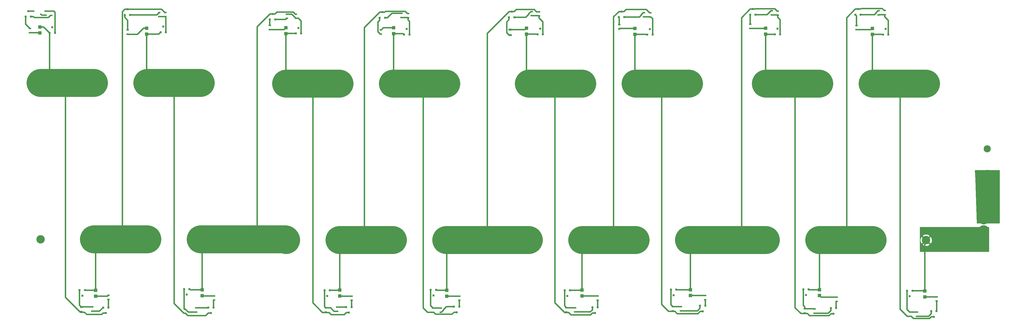
<source format=gbr>
G04 #@! TF.FileFunction,Copper,L1,Top,Signal*
%FSLAX46Y46*%
G04 Gerber Fmt 4.6, Leading zero omitted, Abs format (unit mm)*
G04 Created by KiCad (PCBNEW 4.0.2-4+6225~38~ubuntu15.10.1-stable) date Thu 31 Mar 2016 04:29:23 PM CDT*
%MOMM*%
G01*
G04 APERTURE LIST*
%ADD10C,0.100000*%
%ADD11R,0.800100X0.800100*%
%ADD12R,0.900000X0.500000*%
%ADD13C,3.000000*%
%ADD14R,1.198880X1.198880*%
%ADD15C,2.540000*%
%ADD16R,1.300000X0.700000*%
%ADD17C,3.810000*%
%ADD18C,0.600000*%
%ADD19C,0.500000*%
%ADD20C,10.000000*%
%ADD21C,4.000000*%
%ADD22C,0.254000*%
G04 APERTURE END LIST*
D10*
D11*
X87700000Y-172900000D03*
X85800000Y-172900000D03*
X86750000Y-174898980D03*
X354200000Y-68300000D03*
X356100000Y-68300000D03*
X355150000Y-66301020D03*
D12*
X78050000Y-174350000D03*
X78050000Y-172850000D03*
D11*
X290300000Y-166500000D03*
X288400000Y-166500000D03*
X289350000Y-168498980D03*
D13*
X120650000Y-148590000D03*
X101600000Y-148590000D03*
X82550000Y-148590000D03*
X63500000Y-148590000D03*
X63500000Y-92710000D03*
X82550000Y-92710000D03*
X101600000Y-92710000D03*
X120650000Y-92710000D03*
D11*
X125200000Y-172901020D03*
X123300000Y-172901020D03*
X124250000Y-174900000D03*
D14*
X83100000Y-166800000D03*
X83100000Y-168898040D03*
D13*
X208280000Y-148844000D03*
X189230000Y-148844000D03*
X170180000Y-148844000D03*
X151130000Y-148844000D03*
X151130000Y-92964000D03*
X170180000Y-92964000D03*
X189230000Y-92964000D03*
X208280000Y-92964000D03*
X379476000Y-148844000D03*
X360426000Y-148844000D03*
X341376000Y-148844000D03*
X322326000Y-148844000D03*
X322326000Y-92964000D03*
X341376000Y-92964000D03*
X360426000Y-92964000D03*
X379476000Y-92964000D03*
X294894000Y-148844000D03*
X275844000Y-148844000D03*
X256794000Y-148844000D03*
X237744000Y-148844000D03*
X237744000Y-92964000D03*
X256794000Y-92964000D03*
X275844000Y-92964000D03*
X294894000Y-92964000D03*
D15*
X401320000Y-116205000D03*
X401320000Y-125730000D03*
D14*
X170250000Y-166700980D03*
X170250000Y-168799020D03*
X256700000Y-166701960D03*
X256700000Y-168800000D03*
X341400000Y-166551960D03*
X341400000Y-168650000D03*
D11*
X79300000Y-166700000D03*
X77400000Y-166700000D03*
X78350000Y-168698980D03*
X166700000Y-166751020D03*
X164800000Y-166751020D03*
X165750000Y-168750000D03*
X252400000Y-166800000D03*
X250500000Y-166800000D03*
X251450000Y-168798980D03*
X337550000Y-166449240D03*
X335650000Y-166449240D03*
X336600000Y-168448220D03*
X66700000Y-74800000D03*
X68600000Y-74800000D03*
X67650000Y-72801020D03*
X154550000Y-74998980D03*
X156450000Y-74998980D03*
X155500000Y-73000000D03*
X240850000Y-75300760D03*
X242750000Y-75300760D03*
X241800000Y-73301780D03*
X325500000Y-75300000D03*
X327400000Y-75300000D03*
X326450000Y-73301020D03*
D14*
X63200000Y-72701960D03*
X63200000Y-74800000D03*
X151000000Y-75049020D03*
X151000000Y-72950980D03*
X236900000Y-75198040D03*
X236900000Y-73100000D03*
X322200000Y-75249020D03*
X322200000Y-73150980D03*
X121100000Y-166600000D03*
X121100000Y-168698040D03*
X208400000Y-166800000D03*
X208400000Y-168898040D03*
X295400000Y-166550980D03*
X295400000Y-168649020D03*
X379000000Y-167001960D03*
X379000000Y-169100000D03*
D11*
X116600000Y-166300000D03*
X114700000Y-166300000D03*
X115650000Y-168298980D03*
X204600000Y-166600000D03*
X202700000Y-166600000D03*
X203650000Y-168598980D03*
X374600000Y-166901020D03*
X372700000Y-166901020D03*
X373650000Y-168900000D03*
X106313131Y-74559379D03*
X108213131Y-74559379D03*
X107263131Y-72560399D03*
X193200000Y-75400000D03*
X195100000Y-75400000D03*
X194150000Y-73401020D03*
X279975000Y-75423980D03*
X281875000Y-75423980D03*
X280925000Y-73425000D03*
X364100000Y-75398980D03*
X366000000Y-75398980D03*
X365050000Y-73400000D03*
D14*
X101313131Y-75257419D03*
X101313131Y-73159379D03*
X189449020Y-75049020D03*
X189449020Y-72950980D03*
X275600000Y-75298040D03*
X275600000Y-73200000D03*
X360300000Y-75299020D03*
X360300000Y-73200980D03*
D11*
X174450000Y-172751020D03*
X172550000Y-172751020D03*
X173500000Y-174750000D03*
X262300000Y-172849240D03*
X260400000Y-172849240D03*
X261350000Y-174848220D03*
X347400000Y-173150000D03*
X345500000Y-173150000D03*
X346450000Y-175148980D03*
X58100000Y-69000000D03*
X60000000Y-69000000D03*
X59050000Y-67001020D03*
X145300000Y-69998980D03*
X147200000Y-69998980D03*
X146250000Y-68000000D03*
X230650000Y-69198980D03*
X232550000Y-69198980D03*
X231600000Y-67200000D03*
X316700000Y-68300000D03*
X318600000Y-68300000D03*
X317650000Y-66301020D03*
X212900000Y-172600000D03*
X211000000Y-172600000D03*
X211950000Y-174598980D03*
X300700000Y-172300000D03*
X298800000Y-172300000D03*
X299750000Y-174298980D03*
X383200000Y-174250000D03*
X381300000Y-174250000D03*
X382250000Y-176248980D03*
X93513131Y-68359379D03*
X95413131Y-68359379D03*
X94463131Y-66360399D03*
X184500000Y-69400000D03*
X186400000Y-69400000D03*
X185450000Y-67401020D03*
X269825000Y-69173980D03*
X271725000Y-69173980D03*
X270775000Y-67175000D03*
D16*
X231000000Y-73650000D03*
X231000000Y-75550000D03*
D17*
X400030000Y-150541800D03*
X400030000Y-145461800D03*
X400030000Y-141220000D03*
X400030000Y-136140000D03*
D12*
X59650000Y-73200000D03*
X59650000Y-74700000D03*
X114950000Y-175000000D03*
X114950000Y-173500000D03*
X94550000Y-75250000D03*
X94550000Y-73750000D03*
X184900000Y-73700000D03*
X184900000Y-75200000D03*
X165250000Y-174550000D03*
X165250000Y-173050000D03*
X251100000Y-174550000D03*
X251100000Y-173050000D03*
X336150000Y-174900000D03*
X336150000Y-173400000D03*
X316750000Y-73200000D03*
X316750000Y-71700000D03*
X119050000Y-173050000D03*
X119050000Y-174550000D03*
X203550000Y-174650000D03*
X203550000Y-173150000D03*
X289100000Y-174100000D03*
X289100000Y-172600000D03*
X373800000Y-176050000D03*
X373800000Y-174550000D03*
X270000000Y-73350000D03*
X270000000Y-71850000D03*
X354650000Y-73650000D03*
X354650000Y-72150000D03*
X81950000Y-172700000D03*
X81950000Y-174200000D03*
X169300000Y-172800000D03*
X169300000Y-174300000D03*
X254200000Y-174500000D03*
X254200000Y-173000000D03*
X339700000Y-174950000D03*
X339700000Y-173450000D03*
X65250000Y-68500000D03*
X65250000Y-67000000D03*
X151400000Y-68100000D03*
X151400000Y-69600000D03*
X238700000Y-68650000D03*
X238700000Y-67150000D03*
X324400000Y-68350000D03*
X324400000Y-66850000D03*
X206300000Y-174650000D03*
X206300000Y-173150000D03*
X292000000Y-174100000D03*
X292000000Y-172600000D03*
X376250000Y-176050000D03*
X376250000Y-174550000D03*
X192250000Y-69300000D03*
X192250000Y-67800000D03*
X278800000Y-69050000D03*
X278800000Y-67550000D03*
X362550000Y-68350000D03*
X362550000Y-66850000D03*
X87700000Y-168550000D03*
X87700000Y-170050000D03*
X174500000Y-170350000D03*
X174500000Y-168850000D03*
X262300000Y-170300000D03*
X262300000Y-168800000D03*
X347500000Y-170750000D03*
X347500000Y-169250000D03*
X154600000Y-69600000D03*
X154600000Y-68100000D03*
X241400000Y-68750000D03*
X241400000Y-67250000D03*
X326550000Y-68500000D03*
X326550000Y-67000000D03*
X67250000Y-68550000D03*
X67250000Y-67050000D03*
X125400000Y-168750000D03*
X125400000Y-170250000D03*
X212900000Y-170350000D03*
X212900000Y-168850000D03*
X300600000Y-170150000D03*
X300600000Y-168650000D03*
X383300000Y-170600000D03*
X383300000Y-169100000D03*
X108000000Y-69000000D03*
X108000000Y-67500000D03*
X281050000Y-69100000D03*
X281050000Y-67600000D03*
X364750000Y-68300000D03*
X364750000Y-66800000D03*
X145300000Y-73600000D03*
X145300000Y-72100000D03*
X105800000Y-67500000D03*
X105800000Y-69000000D03*
X194600000Y-69400000D03*
X194600000Y-67900000D03*
D18*
X63600000Y-68100000D03*
X61000000Y-67000000D03*
D19*
X94463131Y-66360399D02*
X106660399Y-66360399D01*
X106660399Y-66360399D02*
X107800000Y-67500000D01*
X107800000Y-67500000D02*
X108000000Y-67500000D01*
X83100000Y-166800000D02*
X83100000Y-149140000D01*
X83100000Y-149140000D02*
X82550000Y-148590000D01*
X83100000Y-166800000D02*
X79400000Y-166800000D01*
X79400000Y-166800000D02*
X79300000Y-166700000D01*
X94463131Y-66360399D02*
X93563081Y-66360399D01*
X93563081Y-66360399D02*
X92663080Y-67260400D01*
X92663080Y-67260400D02*
X92663080Y-146638080D01*
X92663080Y-146638080D02*
X94615000Y-148590000D01*
X82550000Y-150711320D02*
X82550000Y-148590000D01*
D20*
X82550000Y-148590000D02*
X92710000Y-148590000D01*
X92710000Y-148590000D02*
X94615000Y-148590000D01*
X94615000Y-148590000D02*
X101600000Y-148590000D01*
D19*
X94615000Y-148590000D02*
X94615000Y-149860000D01*
X94615000Y-149860000D02*
X94615000Y-148590000D01*
X174500000Y-168850000D02*
X170300980Y-168850000D01*
X170300980Y-168850000D02*
X170250000Y-168799020D01*
X281050000Y-67600000D02*
X280850000Y-67600000D01*
X280850000Y-67600000D02*
X279649999Y-66399999D01*
X279649999Y-66399999D02*
X272450051Y-66399999D01*
X270775000Y-67175000D02*
X269874950Y-67175000D01*
X269874950Y-67175000D02*
X267970000Y-69079950D01*
X267970000Y-69079950D02*
X267970000Y-148844000D01*
X272450051Y-66399999D02*
X271675050Y-67175000D01*
X271675050Y-67175000D02*
X270775000Y-67175000D01*
X256700000Y-166701960D02*
X256700000Y-148938000D01*
X256700000Y-148938000D02*
X256794000Y-148844000D01*
X252400000Y-166800000D02*
X256601960Y-166800000D01*
X256601960Y-166800000D02*
X256700000Y-166701960D01*
D20*
X256794000Y-148844000D02*
X267970000Y-148844000D01*
X267970000Y-148844000D02*
X275844000Y-148844000D01*
D19*
X266065000Y-150749000D02*
X267970000Y-148844000D01*
X262300000Y-168800000D02*
X261350000Y-168800000D01*
X261350000Y-168800000D02*
X256700000Y-168800000D01*
X347500000Y-169250000D02*
X342000000Y-169250000D01*
X342000000Y-169250000D02*
X341400000Y-168650000D01*
X78000000Y-172700000D02*
X82000000Y-172700000D01*
X77400000Y-166700000D02*
X77400000Y-172100000D01*
X77400000Y-172100000D02*
X78000000Y-172700000D01*
X251100000Y-173050000D02*
X254150000Y-173050000D01*
X254150000Y-173050000D02*
X254200000Y-173000000D01*
X250500000Y-166800000D02*
X250500000Y-172300000D01*
X250500000Y-172300000D02*
X251100000Y-172900000D01*
X251100000Y-172900000D02*
X251100000Y-173050000D01*
X154600000Y-69600000D02*
X155550000Y-69600000D01*
X155550000Y-69600000D02*
X156450000Y-70500000D01*
X156450000Y-70500000D02*
X156450000Y-74098930D01*
X156450000Y-74098930D02*
X156450000Y-74998980D01*
X153100000Y-68100000D02*
X154600000Y-69600000D01*
X151400000Y-68100000D02*
X153100000Y-68100000D01*
X154550000Y-74998980D02*
X151050040Y-74998980D01*
X151050040Y-74998980D02*
X151000000Y-75049020D01*
X165250000Y-174700000D02*
X164100000Y-174700000D01*
X164100000Y-174700000D02*
X160655000Y-171255000D01*
X160655000Y-171255000D02*
X160655000Y-92964000D01*
X173500000Y-174750000D02*
X172599950Y-174750000D01*
X172599950Y-174750000D02*
X171849949Y-175500001D01*
X171849949Y-175500001D02*
X167200001Y-175500001D01*
X167200001Y-175500001D02*
X166400000Y-174700000D01*
X166400000Y-174700000D02*
X165250000Y-174700000D01*
X151000000Y-75049020D02*
X151000000Y-92834000D01*
X151000000Y-92834000D02*
X151130000Y-92964000D01*
D20*
X151130000Y-92964000D02*
X160655000Y-92964000D01*
X160655000Y-92964000D02*
X170180000Y-92964000D01*
D19*
X241400000Y-68750000D02*
X241400000Y-69500000D01*
X242750000Y-70850000D02*
X242750000Y-74400710D01*
X241400000Y-69500000D02*
X242750000Y-70850000D01*
X242750000Y-74400710D02*
X242750000Y-75300760D01*
X238700000Y-68650000D02*
X241300000Y-68650000D01*
X241300000Y-68650000D02*
X241400000Y-68750000D01*
X250800000Y-174750000D02*
X250500000Y-174750000D01*
X250500000Y-174750000D02*
X247015000Y-171265000D01*
X247015000Y-171265000D02*
X247015000Y-92964000D01*
X250800000Y-174750000D02*
X251950000Y-174750000D01*
X251950000Y-174750000D02*
X252750001Y-175550001D01*
X252750001Y-175550001D02*
X259748169Y-175550001D01*
X259748169Y-175550001D02*
X260449950Y-174848220D01*
X260449950Y-174848220D02*
X261350000Y-174848220D01*
X236900000Y-75198040D02*
X240747280Y-75198040D01*
X240747280Y-75198040D02*
X240850000Y-75300760D01*
X236900000Y-75198040D02*
X236900000Y-92120000D01*
X236900000Y-92120000D02*
X237744000Y-92964000D01*
D20*
X237744000Y-92964000D02*
X247015000Y-92964000D01*
X247015000Y-92964000D02*
X256794000Y-92964000D01*
D19*
X247650000Y-92964000D02*
X247015000Y-93599000D01*
X247015000Y-94615000D02*
X247015000Y-92964000D01*
X247015000Y-93599000D02*
X247015000Y-94615000D01*
X335950000Y-175050000D02*
X334800000Y-175050000D01*
X334800000Y-175050000D02*
X332740000Y-172990000D01*
X332740000Y-172990000D02*
X332740000Y-92964000D01*
X335950000Y-175050000D02*
X337100000Y-175050000D01*
X337100000Y-175050000D02*
X337900001Y-175850001D01*
X337900001Y-175850001D02*
X344848929Y-175850001D01*
X344848929Y-175850001D02*
X345549950Y-175148980D01*
X345549950Y-175148980D02*
X346450000Y-175148980D01*
X322200000Y-75249020D02*
X322200000Y-92838000D01*
X322200000Y-92838000D02*
X322326000Y-92964000D01*
X325500000Y-75300000D02*
X322250980Y-75300000D01*
X322250980Y-75300000D02*
X322200000Y-75249020D01*
D20*
X322326000Y-92964000D02*
X332740000Y-92964000D01*
X332740000Y-92964000D02*
X341376000Y-92964000D01*
D19*
X332740000Y-93599000D02*
X332740000Y-95250000D01*
X332105000Y-92964000D02*
X332740000Y-93599000D01*
X332740000Y-95250000D02*
X332740000Y-92964000D01*
X78000000Y-174600000D02*
X77700000Y-174600000D01*
X77700000Y-174600000D02*
X72390000Y-169290000D01*
X72390000Y-169290000D02*
X72390000Y-92710000D01*
X78000000Y-174600000D02*
X79150000Y-174600000D01*
X79150000Y-174600000D02*
X79950001Y-175400001D01*
X79950001Y-175400001D02*
X85348929Y-175400001D01*
X85849950Y-174898980D02*
X86750000Y-174898980D01*
X85348929Y-175400001D02*
X85849950Y-174898980D01*
X66700000Y-74800000D02*
X66700000Y-89510000D01*
X66700000Y-89510000D02*
X63500000Y-92710000D01*
X63200000Y-72701960D02*
X64601960Y-72701960D01*
X64601960Y-72701960D02*
X66700000Y-74800000D01*
D20*
X63500000Y-92710000D02*
X72390000Y-92710000D01*
X72390000Y-92710000D02*
X82550000Y-92710000D01*
D19*
X59650000Y-74700000D02*
X63100000Y-74700000D01*
X63100000Y-74700000D02*
X63200000Y-74800000D01*
X63100000Y-74900000D02*
X63200000Y-74800000D01*
X145300000Y-73600000D02*
X150350980Y-73600000D01*
X150350980Y-73600000D02*
X151000000Y-72950980D01*
X231000000Y-73650000D02*
X236350000Y-73650000D01*
X236350000Y-73650000D02*
X236900000Y-73100000D01*
X316750000Y-73200000D02*
X322150980Y-73200000D01*
X322150980Y-73200000D02*
X322200000Y-73150980D01*
X154400000Y-68100000D02*
X154600000Y-68100000D01*
X153650000Y-67350000D02*
X154400000Y-68100000D01*
X147800050Y-67350000D02*
X153650000Y-67350000D01*
X146250000Y-68000000D02*
X147150050Y-68000000D01*
X147150050Y-68000000D02*
X147800050Y-67350000D01*
D20*
X131445000Y-148590000D02*
X140750000Y-148590000D01*
X140750000Y-148590000D02*
X150876000Y-148590000D01*
D19*
X146250000Y-68000000D02*
X145349950Y-68000000D01*
X145349950Y-68000000D02*
X140750000Y-72599950D01*
X140750000Y-72599950D02*
X140750000Y-148590000D01*
X121100000Y-166600000D02*
X121100000Y-149040000D01*
X121100000Y-149040000D02*
X120650000Y-148590000D01*
X121100000Y-166600000D02*
X116900000Y-166600000D01*
X116900000Y-166600000D02*
X116600000Y-166300000D01*
X131445000Y-148590000D02*
X131445000Y-153035000D01*
X131445000Y-153035000D02*
X131445000Y-148590000D01*
D20*
X120650000Y-148590000D02*
X131445000Y-148590000D01*
X150876000Y-148590000D02*
X151130000Y-148844000D01*
D19*
X208400000Y-168898040D02*
X212851960Y-168898040D01*
X212851960Y-168898040D02*
X212900000Y-168850000D01*
X317650000Y-66301020D02*
X318550050Y-66301020D01*
X318550050Y-66301020D02*
X318701071Y-66149999D01*
X318701071Y-66149999D02*
X325499999Y-66149999D01*
X325499999Y-66149999D02*
X326350000Y-67000000D01*
X326350000Y-67000000D02*
X326550000Y-67000000D01*
X317650000Y-66301020D02*
X316749950Y-66301020D01*
X316749950Y-66301020D02*
X313690000Y-69360970D01*
X313690000Y-69360970D02*
X313690000Y-148844000D01*
X295400000Y-166550980D02*
X290350980Y-166550980D01*
X290350980Y-166550980D02*
X290300000Y-166500000D01*
X295400000Y-166550980D02*
X295400000Y-149350000D01*
X295400000Y-149350000D02*
X294894000Y-148844000D01*
X304800000Y-148844000D02*
X305435000Y-149479000D01*
X305435000Y-151765000D02*
X305435000Y-148844000D01*
X305435000Y-149479000D02*
X305435000Y-151765000D01*
D20*
X294894000Y-148844000D02*
X305435000Y-148844000D01*
X313690000Y-148844000D02*
X322326000Y-148844000D01*
X305435000Y-148844000D02*
X313690000Y-148844000D01*
D19*
X300600000Y-168650000D02*
X295400980Y-168650000D01*
X295400980Y-168650000D02*
X295400000Y-168649020D01*
X379000000Y-169100000D02*
X383300000Y-169100000D01*
X114950000Y-173500000D02*
X115150000Y-173500000D01*
X115150000Y-173500000D02*
X116200000Y-174550000D01*
X116200000Y-174550000D02*
X119050000Y-174550000D01*
X114700000Y-166300000D02*
X114700000Y-173250000D01*
X114700000Y-173250000D02*
X114950000Y-173500000D01*
X289100000Y-172600000D02*
X292000000Y-172600000D01*
X288400000Y-166500000D02*
X288400000Y-171900000D01*
X288400000Y-171900000D02*
X289100000Y-172600000D01*
X107550000Y-69000000D02*
X108000000Y-69000000D01*
X105800000Y-69000000D02*
X107550000Y-69000000D01*
X108213131Y-74559379D02*
X108213131Y-69213131D01*
X108213131Y-69213131D02*
X108000000Y-69000000D01*
X203550000Y-174650000D02*
X203750000Y-174650000D01*
X203750000Y-174650000D02*
X204450001Y-175350001D01*
X204450001Y-175350001D02*
X210298929Y-175350001D01*
X210298929Y-175350001D02*
X211049950Y-174598980D01*
X211049950Y-174598980D02*
X211950000Y-174598980D01*
X200025000Y-92964000D02*
X200025000Y-173125000D01*
X201550000Y-174650000D02*
X203550000Y-174650000D01*
X200025000Y-173125000D02*
X201550000Y-174650000D01*
X189449020Y-75049020D02*
X189449020Y-92744980D01*
X189449020Y-92744980D02*
X189230000Y-92964000D01*
X189449020Y-75049020D02*
X192849020Y-75049020D01*
X192849020Y-75049020D02*
X193200000Y-75400000D01*
X200660000Y-92964000D02*
X200660000Y-93345000D01*
X200660000Y-93345000D02*
X200660000Y-92964000D01*
D20*
X200025000Y-92964000D02*
X200660000Y-92964000D01*
X189230000Y-92964000D02*
X200025000Y-92964000D01*
X200660000Y-92964000D02*
X208280000Y-92964000D01*
D19*
X281050000Y-69100000D02*
X281250000Y-69100000D01*
X281250000Y-69100000D02*
X281875000Y-69725000D01*
X281875000Y-69725000D02*
X281875000Y-74523930D01*
X281875000Y-74523930D02*
X281875000Y-75423980D01*
X278800000Y-69050000D02*
X281000000Y-69050000D01*
X281000000Y-69050000D02*
X281050000Y-69100000D01*
X288700000Y-174300000D02*
X287550000Y-174300000D01*
X285115000Y-171865000D02*
X285115000Y-92964000D01*
X287550000Y-174300000D02*
X285115000Y-171865000D01*
X288700000Y-174300000D02*
X289000000Y-174300000D01*
X289250051Y-97099051D02*
X285115000Y-92964000D01*
X288700000Y-174300000D02*
X289850000Y-174300000D01*
X289850000Y-174300000D02*
X290650001Y-175100001D01*
X290650001Y-175100001D02*
X298048929Y-175100001D01*
X298048929Y-175100001D02*
X298849950Y-174298980D01*
X298849950Y-174298980D02*
X299750000Y-174298980D01*
X275600000Y-75298040D02*
X279849060Y-75298040D01*
X279849060Y-75298040D02*
X279975000Y-75423980D01*
X275600000Y-75298040D02*
X275600000Y-92720000D01*
X275600000Y-92720000D02*
X275844000Y-92964000D01*
X284480000Y-92964000D02*
X285115000Y-92329000D01*
X285115000Y-92329000D02*
X285115000Y-92075000D01*
X285115000Y-92075000D02*
X285115000Y-92964000D01*
D20*
X275844000Y-92964000D02*
X285115000Y-92964000D01*
X285115000Y-92964000D02*
X294894000Y-92964000D01*
D19*
X373050000Y-176100000D02*
X372750000Y-176100000D01*
X372750000Y-176100000D02*
X370205000Y-173555000D01*
X370205000Y-173555000D02*
X370205000Y-92964000D01*
X373050000Y-176100000D02*
X374200000Y-176100000D01*
X374200000Y-176100000D02*
X374950001Y-176850001D01*
X374950001Y-176850001D02*
X380748929Y-176850001D01*
X380748929Y-176850001D02*
X381349950Y-176248980D01*
X381349950Y-176248980D02*
X382250000Y-176248980D01*
X360300000Y-75299020D02*
X360300000Y-92838000D01*
X360300000Y-92838000D02*
X360426000Y-92964000D01*
X360300000Y-75299020D02*
X364000040Y-75299020D01*
X364000040Y-75299020D02*
X364100000Y-75398980D01*
D20*
X360426000Y-92964000D02*
X370205000Y-92964000D01*
X370205000Y-92964000D02*
X379476000Y-92964000D01*
D19*
X370205000Y-90805000D02*
X370205000Y-92964000D01*
X370205000Y-92329000D02*
X370205000Y-90805000D01*
X370840000Y-92964000D02*
X370205000Y-92329000D01*
X98013691Y-75359379D02*
X97963691Y-75309379D01*
X97963691Y-75309379D02*
X94513131Y-75309379D01*
X101313131Y-73159379D02*
X100213691Y-73159379D01*
X100213691Y-73159379D02*
X98013691Y-75359379D01*
X185850000Y-72950000D02*
X185850980Y-72950980D01*
X185850980Y-72950980D02*
X189449020Y-72950980D01*
X184900000Y-73700000D02*
X185100000Y-73700000D01*
X185100000Y-73700000D02*
X185850000Y-72950000D01*
X275600000Y-73200000D02*
X270150000Y-73200000D01*
X270150000Y-73200000D02*
X270000000Y-73350000D01*
X275425000Y-73375000D02*
X275600000Y-73200000D01*
X354650000Y-73600000D02*
X359900980Y-73600000D01*
X359900980Y-73600000D02*
X360300000Y-73200980D01*
X65250000Y-68500000D02*
X64000000Y-68500000D01*
X64000000Y-68500000D02*
X63600000Y-68100000D01*
X61050000Y-67050000D02*
X61000000Y-67000000D01*
X59050000Y-67001020D02*
X60998980Y-67001020D01*
X60998980Y-67001020D02*
X61000000Y-67000000D01*
X400030000Y-150541800D02*
X400030000Y-145461800D01*
X400030000Y-150541800D02*
X400030000Y-148500000D01*
X379000000Y-167001960D02*
X379000000Y-149320000D01*
X379000000Y-149320000D02*
X379476000Y-148844000D01*
X374600000Y-166901020D02*
X378899060Y-166901020D01*
X378899060Y-166901020D02*
X379000000Y-167001960D01*
X125400000Y-168750000D02*
X121151960Y-168750000D01*
X121151960Y-168750000D02*
X121100000Y-168698040D01*
X114900000Y-175000000D02*
X114600000Y-175000000D01*
X114600000Y-175000000D02*
X111125000Y-171525000D01*
X111125000Y-171525000D02*
X111125000Y-92710000D01*
X123349950Y-174900000D02*
X124250000Y-174900000D01*
X116050000Y-175850000D02*
X122399950Y-175850000D01*
X114900000Y-175000000D02*
X115200000Y-175000000D01*
X122399950Y-175850000D02*
X123349950Y-174900000D01*
X115200000Y-175000000D02*
X116050000Y-175850000D01*
X101313131Y-75257419D02*
X101313131Y-92423131D01*
X101313131Y-92423131D02*
X101600000Y-92710000D01*
X100100001Y-91210001D02*
X101600000Y-92710000D01*
X101313131Y-75257419D02*
X105615091Y-75257419D01*
X105615091Y-75257419D02*
X106313131Y-74559379D01*
D20*
X101600000Y-92710000D02*
X111125000Y-92710000D01*
X111125000Y-92710000D02*
X120650000Y-92710000D01*
D19*
X83100000Y-168898040D02*
X87351960Y-168898040D01*
X87351960Y-168898040D02*
X87700000Y-168550000D01*
X185450000Y-67401020D02*
X186350050Y-67401020D01*
X186350050Y-67401020D02*
X186651071Y-67099999D01*
X186651071Y-67099999D02*
X193599999Y-67099999D01*
X193599999Y-67099999D02*
X194400000Y-67900000D01*
X194400000Y-67900000D02*
X194600000Y-67900000D01*
X185450000Y-67401020D02*
X184549950Y-67401020D01*
X184549950Y-67401020D02*
X179070000Y-72880970D01*
X179070000Y-72880970D02*
X179070000Y-148844000D01*
X170250000Y-166700980D02*
X170250000Y-148914000D01*
X170250000Y-148914000D02*
X170180000Y-148844000D01*
X166700000Y-166751020D02*
X170199960Y-166751020D01*
X170199960Y-166751020D02*
X170250000Y-166700980D01*
D20*
X179070000Y-148844000D02*
X181610000Y-148844000D01*
D19*
X179070000Y-148590000D02*
X179070000Y-148844000D01*
X178689000Y-148590000D02*
X179070000Y-148590000D01*
X178435000Y-148844000D02*
X178689000Y-148590000D01*
D20*
X170180000Y-148844000D02*
X179070000Y-148844000D01*
X181610000Y-148844000D02*
X189230000Y-148844000D01*
D19*
X355150000Y-66301020D02*
X356050050Y-66301020D01*
X356050050Y-66301020D02*
X356301070Y-66050000D01*
X356301070Y-66050000D02*
X363800000Y-66050000D01*
X364550000Y-66800000D02*
X364750000Y-66800000D01*
X363800000Y-66050000D02*
X364550000Y-66800000D01*
X355150000Y-66301020D02*
X354249950Y-66301020D01*
X354249950Y-66301020D02*
X351155000Y-69395970D01*
X351155000Y-69395970D02*
X351155000Y-148844000D01*
X341400000Y-166551960D02*
X337652720Y-166551960D01*
X337652720Y-166551960D02*
X337550000Y-166449240D01*
X341400000Y-166551960D02*
X341400000Y-148868000D01*
X341400000Y-148868000D02*
X341376000Y-148844000D01*
D20*
X348615000Y-148844000D02*
X351155000Y-148844000D01*
D19*
X348615000Y-148844000D02*
X348615000Y-149225000D01*
X348615000Y-149225000D02*
X348615000Y-148844000D01*
D20*
X341376000Y-148844000D02*
X348615000Y-148844000D01*
X351155000Y-148844000D02*
X360426000Y-148844000D01*
D19*
X167000000Y-173050000D02*
X168250000Y-174300000D01*
X168250000Y-174300000D02*
X169300000Y-174300000D01*
X165250000Y-173050000D02*
X167000000Y-173050000D01*
X164800000Y-166751020D02*
X164800000Y-172600000D01*
X164800000Y-172600000D02*
X165250000Y-173050000D01*
X336150000Y-173400000D02*
X339650000Y-173400000D01*
X339650000Y-173400000D02*
X339700000Y-173450000D01*
X336150000Y-173400000D02*
X336150000Y-172650000D01*
X336150000Y-172650000D02*
X335650000Y-172150000D01*
X335650000Y-172150000D02*
X335650000Y-167349290D01*
X335650000Y-167349290D02*
X335650000Y-166449240D01*
X65250000Y-67000000D02*
X67200000Y-67000000D01*
X67200000Y-67000000D02*
X67250000Y-67050000D01*
X67250000Y-67050000D02*
X68200000Y-67050000D01*
X68200000Y-67050000D02*
X68600000Y-67450000D01*
X68600000Y-67450000D02*
X68600000Y-73899950D01*
X68600000Y-73899950D02*
X68600000Y-74800000D01*
X326550000Y-68500000D02*
X326550000Y-69250000D01*
X326550000Y-69250000D02*
X327400000Y-70100000D01*
X327400000Y-70100000D02*
X327400000Y-74399950D01*
X327400000Y-74399950D02*
X327400000Y-75300000D01*
X324400000Y-68350000D02*
X326400000Y-68350000D01*
X326400000Y-68350000D02*
X326550000Y-68500000D01*
X231600000Y-67200000D02*
X232500050Y-67200000D01*
X232500050Y-67200000D02*
X233250051Y-66449999D01*
X233250051Y-66449999D02*
X239649999Y-66449999D01*
X239649999Y-66449999D02*
X240450000Y-67250000D01*
X240450000Y-67250000D02*
X241400000Y-67250000D01*
X208400000Y-166800000D02*
X208400000Y-148964000D01*
X208400000Y-148964000D02*
X208280000Y-148844000D01*
X231600000Y-67200000D02*
X230699950Y-67200000D01*
X230699950Y-67200000D02*
X222885000Y-75014950D01*
X222885000Y-75014950D02*
X222885000Y-148844000D01*
X208400000Y-166800000D02*
X204800000Y-166800000D01*
X204800000Y-166800000D02*
X204600000Y-166600000D01*
D20*
X222885000Y-148844000D02*
X218440000Y-148844000D01*
D19*
X218440000Y-148844000D02*
X218440000Y-150495000D01*
X218440000Y-150495000D02*
X218440000Y-148844000D01*
D20*
X218440000Y-148844000D02*
X237744000Y-148844000D01*
X208280000Y-148844000D02*
X222885000Y-148844000D01*
D19*
X203550000Y-173150000D02*
X206300000Y-173150000D01*
X202700000Y-166600000D02*
X202700000Y-172300000D01*
X202700000Y-172300000D02*
X203550000Y-173150000D01*
X373800000Y-174550000D02*
X376250000Y-174550000D01*
X372700000Y-166901020D02*
X372700000Y-173650000D01*
X372700000Y-173650000D02*
X373600000Y-174550000D01*
X373600000Y-174550000D02*
X373800000Y-174550000D01*
X194600000Y-69400000D02*
X194600000Y-70150000D01*
X194600000Y-70150000D02*
X195100000Y-70650000D01*
X195100000Y-70650000D02*
X195100000Y-74499950D01*
X195100000Y-74499950D02*
X195100000Y-75400000D01*
X192250000Y-69300000D02*
X194500000Y-69300000D01*
X194500000Y-69300000D02*
X194600000Y-69400000D01*
X364750000Y-68300000D02*
X364750000Y-69050000D01*
X364750000Y-69050000D02*
X366000000Y-70300000D01*
X366000000Y-70300000D02*
X366000000Y-74498930D01*
X366000000Y-74498930D02*
X366000000Y-75398980D01*
X364750000Y-68300000D02*
X362600000Y-68300000D01*
X362600000Y-68300000D02*
X362550000Y-68350000D01*
X87700000Y-170050000D02*
X87700000Y-172900000D01*
X174450000Y-172751020D02*
X174450000Y-170400000D01*
X174450000Y-170400000D02*
X174500000Y-170350000D01*
X262300000Y-170300000D02*
X262300000Y-172849240D01*
X347400000Y-173150000D02*
X347400000Y-170850000D01*
X347400000Y-170850000D02*
X347500000Y-170750000D01*
X81950000Y-174200000D02*
X84500000Y-174200000D01*
X84500000Y-174200000D02*
X85800000Y-172900000D01*
X169300000Y-172800000D02*
X172501020Y-172800000D01*
X172501020Y-172800000D02*
X172550000Y-172751020D01*
X254200000Y-174500000D02*
X259649290Y-174500000D01*
X259649290Y-174500000D02*
X260400000Y-173749290D01*
X260400000Y-173749290D02*
X260400000Y-172849240D01*
X339700000Y-174950000D02*
X344600050Y-174950000D01*
X344600050Y-174950000D02*
X345500000Y-174050050D01*
X345500000Y-174050050D02*
X345500000Y-173150000D01*
X67050000Y-68550000D02*
X67250000Y-68550000D01*
X66300000Y-69300000D02*
X67050000Y-68550000D01*
X61200050Y-69300000D02*
X66300000Y-69300000D01*
X60900050Y-69000000D02*
X61200050Y-69300000D01*
X60000000Y-69000000D02*
X60900050Y-69000000D01*
X147200000Y-69998980D02*
X151001020Y-69998980D01*
X151001020Y-69998980D02*
X151400000Y-69600000D01*
X232550000Y-69198980D02*
X236651020Y-69198980D01*
X236651020Y-69198980D02*
X237750000Y-68100000D01*
X237750000Y-68100000D02*
X237750000Y-67900000D01*
X237750000Y-67900000D02*
X238500000Y-67150000D01*
X238500000Y-67150000D02*
X238700000Y-67150000D01*
X318600000Y-68300000D02*
X322750000Y-68300000D01*
X322750000Y-68300000D02*
X324200000Y-66850000D01*
X324200000Y-66850000D02*
X324400000Y-66850000D01*
X58100000Y-69000000D02*
X58100000Y-71650000D01*
X58100000Y-71650000D02*
X59650000Y-73200000D01*
X145300000Y-69998980D02*
X145300000Y-72100000D01*
X231000000Y-75550000D02*
X230700000Y-75550000D01*
X230700000Y-75550000D02*
X229850000Y-74700000D01*
X229850000Y-70899030D02*
X230650000Y-70099030D01*
X229850000Y-74700000D02*
X229850000Y-70899030D01*
X230650000Y-70099030D02*
X230650000Y-69198980D01*
X316700000Y-69200050D02*
X316750000Y-69250050D01*
X316750000Y-69250050D02*
X316750000Y-71700000D01*
X316700000Y-69200050D02*
X316700000Y-68300000D01*
X125200000Y-172901020D02*
X125200000Y-170450000D01*
X125200000Y-170450000D02*
X125400000Y-170250000D01*
X212900000Y-172600000D02*
X212900000Y-170350000D01*
X300700000Y-172300000D02*
X300700000Y-170250000D01*
X300700000Y-170250000D02*
X300600000Y-170150000D01*
X383300000Y-170600000D02*
X383300000Y-174150000D01*
X383300000Y-174150000D02*
X383200000Y-174250000D01*
X119050000Y-173050000D02*
X123151020Y-173050000D01*
X123151020Y-173050000D02*
X123300000Y-172901020D01*
X123101020Y-173100000D02*
X123300000Y-172901020D01*
X211000000Y-172600000D02*
X208350000Y-172600000D01*
X207250000Y-173900000D02*
X206500000Y-174650000D01*
X208350000Y-172600000D02*
X207250000Y-173700000D01*
X207250000Y-173700000D02*
X207250000Y-173900000D01*
X206500000Y-174650000D02*
X206300000Y-174650000D01*
X292000000Y-174100000D02*
X297900050Y-174100000D01*
X297900050Y-174100000D02*
X298800000Y-173200050D01*
X298800000Y-173200050D02*
X298800000Y-172300000D01*
X376250000Y-176050000D02*
X380400050Y-176050000D01*
X380400050Y-176050000D02*
X381300000Y-175150050D01*
X381300000Y-175150050D02*
X381300000Y-174250000D01*
X95413131Y-68359379D02*
X104940621Y-68359379D01*
X104940621Y-68359379D02*
X105800000Y-67500000D01*
X186400000Y-69400000D02*
X187300050Y-69400000D01*
X187300050Y-69400000D02*
X188900050Y-67800000D01*
X188900050Y-67800000D02*
X191300000Y-67800000D01*
X191300000Y-67800000D02*
X192250000Y-67800000D01*
X271725000Y-69173980D02*
X277176020Y-69173980D01*
X277176020Y-69173980D02*
X277850000Y-68500000D01*
X277850000Y-68500000D02*
X277850000Y-68300000D01*
X277850000Y-68300000D02*
X278600000Y-67550000D01*
X278600000Y-67550000D02*
X278800000Y-67550000D01*
X356100000Y-68300000D02*
X361100000Y-68300000D01*
X362350000Y-66850000D02*
X362550000Y-66850000D01*
X361100000Y-68300000D02*
X361600000Y-67800000D01*
X361600000Y-67800000D02*
X361600000Y-67600000D01*
X361600000Y-67600000D02*
X362350000Y-66850000D01*
X94550000Y-70296298D02*
X94550000Y-73750000D01*
X93513131Y-68359379D02*
X93513131Y-69259429D01*
X93513131Y-69259429D02*
X94550000Y-70296298D01*
X185000000Y-75250000D02*
X184700000Y-75250000D01*
X184700000Y-75250000D02*
X183850000Y-74400000D01*
X183850000Y-74400000D02*
X183850000Y-70950050D01*
X183850000Y-70950050D02*
X184500000Y-70300050D01*
X184500000Y-70300050D02*
X184500000Y-69400000D01*
X270000000Y-71850000D02*
X270000000Y-69348980D01*
X270000000Y-69348980D02*
X269825000Y-69173980D01*
X354650000Y-72150000D02*
X354650000Y-68750000D01*
X354650000Y-68750000D02*
X354200000Y-68300000D01*
D21*
X400030000Y-136140000D02*
X400030000Y-141220000D01*
X401320000Y-125730000D02*
X401320000Y-134850000D01*
X401320000Y-134850000D02*
X400030000Y-136140000D01*
D22*
G36*
X401828000Y-152908000D02*
X377317000Y-152908000D01*
X377317000Y-150357970D01*
X378141635Y-150357970D01*
X378301418Y-150676739D01*
X379092187Y-150986723D01*
X379941387Y-150970497D01*
X380650582Y-150676739D01*
X380810365Y-150357970D01*
X379476000Y-149023605D01*
X378141635Y-150357970D01*
X377317000Y-150357970D01*
X377317000Y-148460187D01*
X377333277Y-148460187D01*
X377349503Y-149309387D01*
X377643261Y-150018582D01*
X377962030Y-150178365D01*
X379296395Y-148844000D01*
X379655605Y-148844000D01*
X380989970Y-150178365D01*
X381308739Y-150018582D01*
X381618723Y-149227813D01*
X381602497Y-148378613D01*
X381308739Y-147669418D01*
X380989970Y-147509635D01*
X379655605Y-148844000D01*
X379296395Y-148844000D01*
X377962030Y-147509635D01*
X377643261Y-147669418D01*
X377333277Y-148460187D01*
X377317000Y-148460187D01*
X377317000Y-147330030D01*
X378141635Y-147330030D01*
X379476000Y-148664395D01*
X380810365Y-147330030D01*
X380650582Y-147011261D01*
X379859813Y-146701277D01*
X379010613Y-146717503D01*
X378301418Y-147011261D01*
X378141635Y-147330030D01*
X377317000Y-147330030D01*
X377317000Y-144272000D01*
X401828000Y-144272000D01*
X401828000Y-152908000D01*
X401828000Y-152908000D01*
G37*
X401828000Y-152908000D02*
X377317000Y-152908000D01*
X377317000Y-150357970D01*
X378141635Y-150357970D01*
X378301418Y-150676739D01*
X379092187Y-150986723D01*
X379941387Y-150970497D01*
X380650582Y-150676739D01*
X380810365Y-150357970D01*
X379476000Y-149023605D01*
X378141635Y-150357970D01*
X377317000Y-150357970D01*
X377317000Y-148460187D01*
X377333277Y-148460187D01*
X377349503Y-149309387D01*
X377643261Y-150018582D01*
X377962030Y-150178365D01*
X379296395Y-148844000D01*
X379655605Y-148844000D01*
X380989970Y-150178365D01*
X381308739Y-150018582D01*
X381618723Y-149227813D01*
X381602497Y-148378613D01*
X381308739Y-147669418D01*
X380989970Y-147509635D01*
X379655605Y-148844000D01*
X379296395Y-148844000D01*
X377962030Y-147509635D01*
X377643261Y-147669418D01*
X377333277Y-148460187D01*
X377317000Y-148460187D01*
X377317000Y-147330030D01*
X378141635Y-147330030D01*
X379476000Y-148664395D01*
X380810365Y-147330030D01*
X380650582Y-147011261D01*
X379859813Y-146701277D01*
X379010613Y-146717503D01*
X378301418Y-147011261D01*
X378141635Y-147330030D01*
X377317000Y-147330030D01*
X377317000Y-144272000D01*
X401828000Y-144272000D01*
X401828000Y-152908000D01*
G36*
X400283520Y-124087343D02*
X400151828Y-124382223D01*
X401320000Y-125550395D01*
X402488172Y-124382223D01*
X402356480Y-124087343D01*
X402003918Y-123952000D01*
X405638000Y-123952000D01*
X405638000Y-142748000D01*
X397632838Y-142748000D01*
X397110498Y-127077777D01*
X400151828Y-127077777D01*
X400283520Y-127372657D01*
X400991036Y-127644261D01*
X401748632Y-127624436D01*
X402356480Y-127372657D01*
X402488172Y-127077777D01*
X401320000Y-125909605D01*
X400151828Y-127077777D01*
X397110498Y-127077777D01*
X397054606Y-125401036D01*
X399405739Y-125401036D01*
X399425564Y-126158632D01*
X399677343Y-126766480D01*
X399972223Y-126898172D01*
X401140395Y-125730000D01*
X401499605Y-125730000D01*
X402667777Y-126898172D01*
X402962657Y-126766480D01*
X403234261Y-126058964D01*
X403214436Y-125301368D01*
X402962657Y-124693520D01*
X402667777Y-124561828D01*
X401499605Y-125730000D01*
X401140395Y-125730000D01*
X399972223Y-124561828D01*
X399677343Y-124693520D01*
X399405739Y-125401036D01*
X397054606Y-125401036D01*
X397006304Y-123952000D01*
X400610267Y-123952000D01*
X400283520Y-124087343D01*
X400283520Y-124087343D01*
G37*
X400283520Y-124087343D02*
X400151828Y-124382223D01*
X401320000Y-125550395D01*
X402488172Y-124382223D01*
X402356480Y-124087343D01*
X402003918Y-123952000D01*
X405638000Y-123952000D01*
X405638000Y-142748000D01*
X397632838Y-142748000D01*
X397110498Y-127077777D01*
X400151828Y-127077777D01*
X400283520Y-127372657D01*
X400991036Y-127644261D01*
X401748632Y-127624436D01*
X402356480Y-127372657D01*
X402488172Y-127077777D01*
X401320000Y-125909605D01*
X400151828Y-127077777D01*
X397110498Y-127077777D01*
X397054606Y-125401036D01*
X399405739Y-125401036D01*
X399425564Y-126158632D01*
X399677343Y-126766480D01*
X399972223Y-126898172D01*
X401140395Y-125730000D01*
X401499605Y-125730000D01*
X402667777Y-126898172D01*
X402962657Y-126766480D01*
X403234261Y-126058964D01*
X403214436Y-125301368D01*
X402962657Y-124693520D01*
X402667777Y-124561828D01*
X401499605Y-125730000D01*
X401140395Y-125730000D01*
X399972223Y-124561828D01*
X399677343Y-124693520D01*
X399405739Y-125401036D01*
X397054606Y-125401036D01*
X397006304Y-123952000D01*
X400610267Y-123952000D01*
X400283520Y-124087343D01*
M02*

</source>
